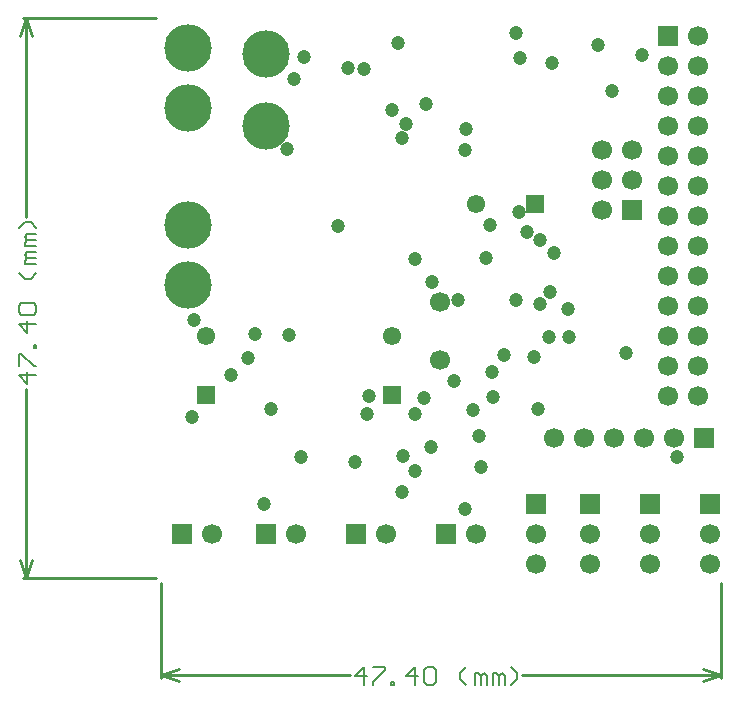
<source format=gbs>
%FSLAX42Y42*%
%MOMM*%
G71*
G01*
G75*
G04 Layer_Color=16711935*
%ADD10R,1.00X1.10*%
%ADD11R,1.65X0.30*%
%ADD12R,1.10X1.00*%
%ADD13O,1.25X0.30*%
%ADD14O,0.55X1.65*%
%ADD15O,1.65X0.55*%
%ADD16R,2.15X0.40*%
%ADD17R,2.15X0.40*%
%ADD18R,4.00X10.00*%
%ADD19R,1.50X1.30*%
%ADD20O,1.80X0.60*%
%ADD21R,4.20X4.20*%
%ADD22C,0.20*%
%ADD23C,0.50*%
%ADD24C,0.40*%
%ADD25C,2.00*%
%ADD26C,0.48*%
%ADD27C,0.16*%
%ADD28C,1.00*%
%ADD29C,0.32*%
%ADD30C,0.80*%
%ADD31C,0.25*%
%ADD32C,0.15*%
%ADD33C,1.50*%
%ADD34C,1.50*%
%ADD35R,1.50X1.50*%
%ADD36C,3.81*%
%ADD37R,1.50X1.50*%
%ADD38R,1.35X1.35*%
%ADD39C,1.35*%
%ADD40R,1.35X1.35*%
%ADD41C,1.00*%
%ADD42C,0.25*%
%ADD43C,0.60*%
%ADD44C,0.20*%
%ADD45R,1.20X1.30*%
%ADD46R,1.85X0.50*%
%ADD47R,1.30X1.20*%
%ADD48O,1.45X0.50*%
%ADD49O,0.75X1.85*%
%ADD50O,1.85X0.75*%
%ADD51R,2.35X0.60*%
%ADD52R,2.35X0.60*%
%ADD53R,4.20X10.20*%
%ADD54R,1.70X1.50*%
%ADD55O,2.00X0.80*%
%ADD56R,4.40X4.40*%
%ADD57C,1.70*%
%ADD58C,1.70*%
%ADD59R,1.70X1.70*%
%ADD60C,4.01*%
%ADD61R,1.70X1.70*%
%ADD62R,1.55X1.55*%
%ADD63C,1.55*%
%ADD64R,1.55X1.55*%
%ADD65C,1.20*%
D31*
X9950Y6909D02*
Y7710D01*
X5210Y6909D02*
Y7710D01*
X8266Y6934D02*
X9950D01*
X5210D02*
X6813D01*
X9798Y6985D02*
X9950Y6934D01*
X9798Y6883D02*
X9950Y6934D01*
X5210D02*
X5362Y6883D01*
X5210Y6934D02*
X5362Y6985D01*
X4039Y12490D02*
X5170D01*
X4039Y7750D02*
X5170D01*
X4064Y10806D02*
Y12490D01*
Y7750D02*
Y9353D01*
X4013Y12338D02*
X4064Y12490D01*
X4115Y12338D01*
X4064Y7750D02*
X4115Y7902D01*
X4013D02*
X4064Y7750D01*
D32*
X6930Y6843D02*
Y6995D01*
X6854Y6919D01*
X6955D01*
X7006Y6995D02*
X7108D01*
Y6970D01*
X7006Y6868D01*
Y6843D01*
X7158D02*
Y6868D01*
X7184D01*
Y6843D01*
X7158D01*
X7362D02*
Y6995D01*
X7285Y6919D01*
X7387D01*
X7438Y6970D02*
X7463Y6995D01*
X7514D01*
X7539Y6970D01*
Y6868D01*
X7514Y6843D01*
X7463D01*
X7438Y6868D01*
Y6970D01*
X7793Y6843D02*
X7742Y6894D01*
Y6944D01*
X7793Y6995D01*
X7869Y6843D02*
Y6944D01*
X7895D01*
X7920Y6919D01*
Y6843D01*
Y6919D01*
X7946Y6944D01*
X7971Y6919D01*
Y6843D01*
X8022D02*
Y6944D01*
X8047D01*
X8073Y6919D01*
Y6843D01*
Y6919D01*
X8098Y6944D01*
X8123Y6919D01*
Y6843D01*
X8174D02*
X8225Y6894D01*
Y6944D01*
X8174Y6995D01*
X4155Y9470D02*
X4003D01*
X4079Y9394D01*
Y9495D01*
X4003Y9546D02*
Y9648D01*
X4028D01*
X4130Y9546D01*
X4155D01*
Y9698D02*
X4130D01*
Y9724D01*
X4155D01*
Y9698D01*
Y9902D02*
X4003D01*
X4079Y9825D01*
Y9927D01*
X4028Y9978D02*
X4003Y10003D01*
Y10054D01*
X4028Y10079D01*
X4130D01*
X4155Y10054D01*
Y10003D01*
X4130Y9978D01*
X4028D01*
X4155Y10333D02*
X4105Y10282D01*
X4054D01*
X4003Y10333D01*
X4155Y10409D02*
X4054D01*
Y10435D01*
X4079Y10460D01*
X4155D01*
X4079D01*
X4054Y10486D01*
X4079Y10511D01*
X4155D01*
Y10562D02*
X4054D01*
Y10587D01*
X4079Y10613D01*
X4155D01*
X4079D01*
X4054Y10638D01*
X4079Y10663D01*
X4155D01*
Y10714D02*
X4105Y10765D01*
X4054D01*
X4003Y10714D01*
D57*
X7569Y10089D02*
D03*
Y9601D02*
D03*
D58*
X9347Y7874D02*
D03*
Y8128D02*
D03*
X8382Y7874D02*
D03*
Y8128D02*
D03*
X8839Y7874D02*
D03*
Y8128D02*
D03*
X9855Y7874D02*
D03*
Y8128D02*
D03*
X8534Y8941D02*
D03*
X8788D02*
D03*
X9042D02*
D03*
X9296D02*
D03*
X9550D02*
D03*
X8941Y11379D02*
D03*
X9195D02*
D03*
X8941Y11125D02*
D03*
X9195D02*
D03*
X8941Y10871D02*
D03*
X6350Y8128D02*
D03*
X5639D02*
D03*
X7112D02*
D03*
X7874D02*
D03*
X9754Y9296D02*
D03*
X9500D02*
D03*
X9754Y9550D02*
D03*
X9500D02*
D03*
X9754Y9804D02*
D03*
X9500D02*
D03*
X9754Y10058D02*
D03*
X9500D02*
D03*
X9754Y10312D02*
D03*
X9500D02*
D03*
X9754Y10566D02*
D03*
X9500D02*
D03*
X9754Y10820D02*
D03*
X9500D02*
D03*
X9754Y11074D02*
D03*
X9500D02*
D03*
X9754Y11328D02*
D03*
X9500D02*
D03*
X9754Y11582D02*
D03*
X9500D02*
D03*
X9754Y11836D02*
D03*
X9500D02*
D03*
X9754Y12090D02*
D03*
X9500D02*
D03*
X9754Y12344D02*
D03*
D59*
X9347Y8382D02*
D03*
X8382D02*
D03*
X8839D02*
D03*
X9855D02*
D03*
X9195Y10871D02*
D03*
X9500Y12344D02*
D03*
D60*
X6096Y12192D02*
D03*
Y11582D02*
D03*
X5436Y10744D02*
D03*
Y11735D02*
D03*
Y10236D02*
D03*
Y12243D02*
D03*
D61*
X9804Y8941D02*
D03*
X6096Y8128D02*
D03*
X5385D02*
D03*
X6858D02*
D03*
X7620D02*
D03*
D62*
X5588Y9300D02*
D03*
X7163D02*
D03*
D63*
X5588Y9800D02*
D03*
X7163D02*
D03*
X7878Y10922D02*
D03*
D64*
X8378D02*
D03*
D65*
X9284Y12179D02*
D03*
X8518Y12112D02*
D03*
X6706Y10729D02*
D03*
X6274Y11382D02*
D03*
X8405Y9185D02*
D03*
X9576Y8776D02*
D03*
X8219Y10109D02*
D03*
X8502Y10175D02*
D03*
X8422Y10069D02*
D03*
X8661Y9789D02*
D03*
X8654Y10026D02*
D03*
X7358Y10455D02*
D03*
X5489Y9939D02*
D03*
X7720Y10107D02*
D03*
X6289Y9809D02*
D03*
X8016Y9497D02*
D03*
X6391Y8778D02*
D03*
X8115Y9639D02*
D03*
X6853Y8735D02*
D03*
X8021Y9285D02*
D03*
X7496Y8865D02*
D03*
X7437Y9278D02*
D03*
X8369Y9624D02*
D03*
X7904Y8956D02*
D03*
X7692Y9423D02*
D03*
X7915Y8692D02*
D03*
X7851Y9174D02*
D03*
X8491Y9794D02*
D03*
X8240Y10853D02*
D03*
X8420Y10610D02*
D03*
X9032Y11877D02*
D03*
X7998Y10737D02*
D03*
X7965Y10465D02*
D03*
X6003Y9817D02*
D03*
X5474Y9119D02*
D03*
X6932Y12060D02*
D03*
X7163Y11712D02*
D03*
X7249Y11481D02*
D03*
X7214Y12281D02*
D03*
X8212Y12367D02*
D03*
X6419Y12164D02*
D03*
X7780Y11374D02*
D03*
X6332Y11974D02*
D03*
X5948Y9615D02*
D03*
X5801Y9469D02*
D03*
X7255Y8784D02*
D03*
X6970Y9294D02*
D03*
X7356Y8659D02*
D03*
X6957Y9141D02*
D03*
X8247Y12156D02*
D03*
X6794Y12070D02*
D03*
X8308Y10685D02*
D03*
X7247Y8476D02*
D03*
X7356Y9144D02*
D03*
X7783Y8336D02*
D03*
X6144Y9185D02*
D03*
X8913Y12261D02*
D03*
X7793Y11557D02*
D03*
X8539Y10500D02*
D03*
X9144Y9657D02*
D03*
X7282Y11598D02*
D03*
X7450Y11765D02*
D03*
X6083Y8379D02*
D03*
X7506Y10254D02*
D03*
M02*

</source>
